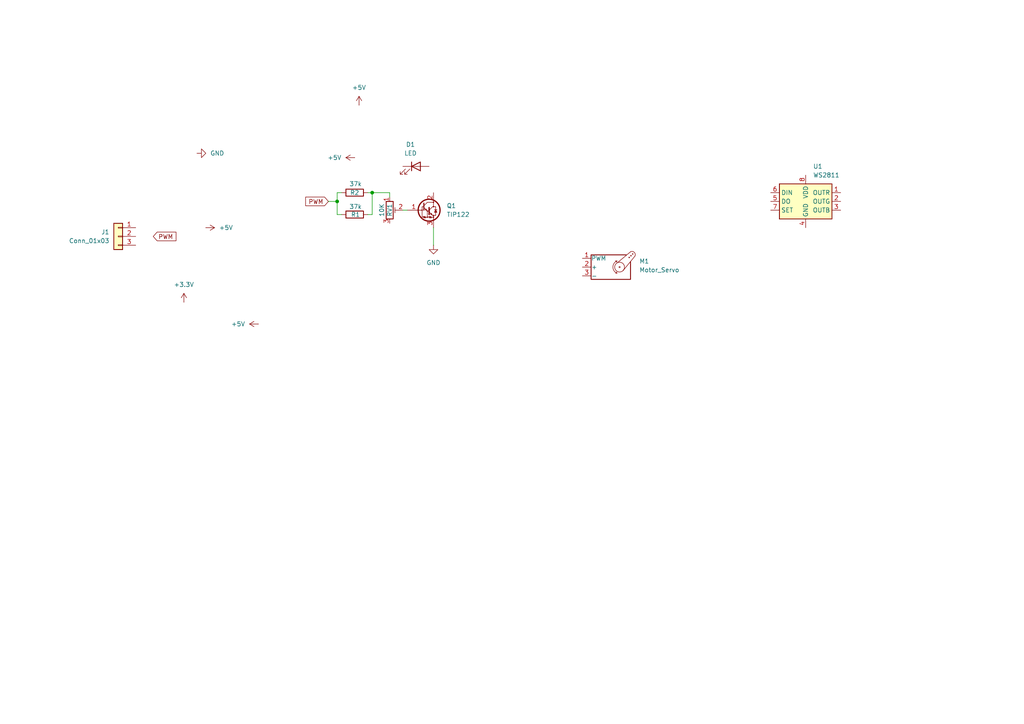
<source format=kicad_sch>
(kicad_sch (version 20250114) (generator "eeschema") (generator_version "9.0")
  (paper "A4")
  (lib_symbols
    (symbol "Connector_Generic:Conn_01x03" (pin_names (offset 1.016) (hide yes))
      (property "Reference" "J" (at 0 5.08 0))
      (property "Value" "Conn_01x03" (at 0 -5.08 0))
      (symbol "Conn_01x03_1_1"
        (rectangle (start -1.27 3.81) (end 1.27 -3.81) (stroke (width 0.254)) (fill (type background)))
        (rectangle (start -1.27 2.667) (end 0 2.413) (stroke (width 0.1524)))
        (rectangle (start -1.27 0.127) (end 0 -0.127) (stroke (width 0.1524)))
        (rectangle (start -1.27 -2.413) (end 0 -2.667) (stroke (width 0.1524)))
        (pin passive line (at -5.08 2.54 0) (length 3.81) (name "Pin_1") (number "1"))
        (pin passive line (at -5.08 0 0) (length 3.81) (name "Pin_2") (number "2"))
        (pin passive line (at -5.08 -2.54 0) (length 3.81) (name "Pin_3") (number "3"))
      )
    )
    (symbol "Device:LED" (pin_numbers (hide yes)) (pin_names (offset 1.016) (hide yes))
      (property "Reference" "D" (at 0 2.54 0))
      (property "Value" "LED" (at 0 -2.54 0))
      (symbol "LED_0_1"
        (polyline (pts (xy -3.048 -0.762) (xy -4.572 -2.286) (xy -3.81 -2.286) (xy -4.572 -2.286) (xy -4.572 -1.524)))
        (polyline (pts (xy -1.778 -0.762) (xy -3.302 -2.286) (xy -2.54 -2.286) (xy -3.302 -2.286) (xy -3.302 -1.524)))
        (polyline (pts (xy -1.27 0) (xy 1.27 0)))
        (polyline (pts (xy -1.27 -1.27) (xy -1.27 1.27)) (stroke (width 0.254)))
        (polyline (pts (xy 1.27 -1.27) (xy 1.27 1.27) (xy -1.27 0) (xy 1.27 -1.27)) (stroke (width 0.254)))
      )
      (symbol "LED_1_1"
        (pin passive line (at -3.81 0 0) (length 2.54) (name "K") (number "1"))
        (pin passive line (at 3.81 0 180) (length 2.54) (name "A") (number "2"))
      )
    )
    (symbol "Device:R" (pin_numbers (hide yes)) (pin_names (offset 0))
      (property "Reference" "R" (at 2.032 0 90))
      (property "Value" "R" (at 0 0 90))
      (symbol "R_0_1"
        (rectangle (start -1.016 -2.54) (end 1.016 2.54) (stroke (width 0.254)))
      )
      (symbol "R_1_1"
        (pin passive line (at 0 3.81 270) (length 1.27) (name "~") (number "1"))
        (pin passive line (at 0 -3.81 90) (length 1.27) (name "~") (number "2"))
      )
    )
    (symbol "Device:R_Potentiometer_Trim" (pin_names (offset 1.016) (hide yes))
      (property "Reference" "RV" (at -4.445 0 90))
      (property "Value" "R_Potentiometer_Trim" (at -2.54 0 90))
      (symbol "R_Potentiometer_Trim_0_1"
        (rectangle (start 1.016 2.54) (end -1.016 -2.54) (stroke (width 0.254)))
        (polyline (pts (xy 1.524 0.762) (xy 1.524 -0.762)))
        (polyline (pts (xy 2.54 0) (xy 1.524 0)))
      )
      (symbol "R_Potentiometer_Trim_1_1"
        (pin passive line (at 0 3.81 270) (length 1.27) (name "1") (number "1"))
        (pin passive line (at 0 -3.81 90) (length 1.27) (name "3") (number "3"))
        (pin passive line (at 3.81 0 180) (length 1.27) (name "2") (number "2"))
      )
    )
    (symbol "Driver_LED:WS2811"
      (property "Reference" "U" (at -6.35 6.35 0))
      (property "Value" "WS2811" (at 5.08 6.35 0))
      (symbol "WS2811_0_1"
        (rectangle (start -7.62 5.08) (end 7.62 -5.08) (stroke (width 0.254)) (fill (type background)))
      )
      (symbol "WS2811_1_1"
        (pin input line (at -10.16 2.54 0) (length 2.54) (name "DIN") (number "6"))
        (pin output line (at -10.16 0 0) (length 2.54) (name "DO") (number "5"))
        (pin input line (at -10.16 -2.54 0) (length 2.54) (name "SET") (number "7"))
        (pin power_in line (at 0 7.62 270) (length 2.54) (name "VDD") (number "8"))
        (pin power_in line (at 0 -7.62 90) (length 2.54) (name "GND") (number "4"))
        (pin output line (at 10.16 2.54 180) (length 2.54) (name "OUTR") (number "1"))
        (pin output line (at 10.16 0 180) (length 2.54) (name "OUTG") (number "2"))
        (pin output line (at 10.16 -2.54 180) (length 2.54) (name "OUTB") (number "3"))
      )
    )
    (symbol "Motor:Motor_Servo" (pin_names (offset 0.0254))
      (property "Reference" "M" (at -5.08 4.445 0))
      (property "Value" "Motor_Servo" (at -5.08 -4.064 0))
      (symbol "Motor_Servo_0_1"
        (polyline (pts (xy 2.413 1.778) (xy 1.905 1.778)))
        (polyline (pts (xy 2.413 1.778) (xy 2.286 1.397)))
        (polyline (pts (xy 2.413 -1.778) (xy 2.032 -1.778)))
        (polyline (pts (xy 2.413 -1.778) (xy 2.286 -1.397)))
        (arc (start 2.413 -1.778) (mid 1.2406 0) (end 2.413 1.778))
        (circle (center 3.175 0) (radius 0.1778))
        (circle (center 3.175 0) (radius 1.4224))
        (polyline (pts (xy 5.08 3.556) (xy -5.08 3.556) (xy -5.08 -3.556) (xy 6.35 -3.556) (xy 6.35 1.524)) (stroke (width 0.254)))
        (circle (center 5.969 2.794) (radius 0.127))
        (polyline (pts (xy 6.35 4.445) (xy 2.54 1.27)))
        (circle (center 6.477 3.302) (radius 0.127))
        (arc (start 6.35 4.445) (mid 7.4487 4.2737) (end 7.62 3.175))
        (circle (center 6.985 3.81) (radius 0.127))
        (polyline (pts (xy 7.62 3.175) (xy 4.191 -1.016)))
      )
      (symbol "Motor_Servo_1_1"
        (pin passive line (at -7.62 2.54 0) (length 2.54) (name "PWM") (number "1"))
        (pin passive line (at -7.62 0 0) (length 2.54) (name "+") (number "2"))
        (pin passive line (at -7.62 -2.54 0) (length 2.54) (name "-") (number "3"))
      )
    )
    (symbol "Transistor_BJT:TIP122" (pin_names (offset 0) (hide yes))
      (property "Reference" "Q" (at 5.08 1.905 0))
      (property "Value" "TIP122" (at 5.08 0 0))
      (symbol "TIP122_0_1"
        (polyline (pts (xy -1.27 0) (xy -0.889 0)))
        (circle (center -0.762 0) (radius 0.127))
        (polyline (pts (xy -0.254 2.032) (xy -0.254 0) (xy -0.254 0)) (stroke (width 0.3048)))
        (polyline (pts (xy -0.254 1.27) (xy 0.762 2.286) (xy 2.54 2.286)))
        (polyline (pts (xy -0.254 1.016) (xy -0.762 1.016) (xy -0.762 -2.032)))
        (polyline (pts (xy -0.254 0.762) (xy 0.762 -0.254) (xy 1.27 -0.254)))
        (polyline (pts (xy 0.635 -0.127) (xy 0.381 0.381) (xy 0.127 0.127) (xy 0.635 -0.127)))
        (polyline (pts (xy 0.762 -0.254) (xy 0.762 -2.032) (xy 1.143 -2.032) (xy 1.27 -1.778) (xy 1.397 -2.286) (xy 1.524 -1.778) (xy 1.651 -2.286) (xy 1.778 -1.778) (xy 1.905 -2.286) (xy 2.032 -2.032) (xy 2.54 -2.032)))
        (circle (center 0.762 -0.254) (radius 0.127))
        (polyline (pts (xy 0.762 -2.032) (xy 0.381 -2.032) (xy 0.254 -2.286) (xy 0.127 -1.778) (xy 0 -2.286) (xy -0.127 -1.778) (xy -0.254 -2.286) (xy -0.381 -1.778) (xy -0.508 -2.032) (xy -0.762 -2.032)))
        (circle (center 0.762 -2.032) (radius 0.127))
        (polyline (pts (xy 1.27 0.762) (xy 1.27 -1.27) (xy 1.27 -1.27)) (stroke (width 0.381)))
        (polyline (pts (xy 1.27 0) (xy 2.286 1.016) (xy 2.54 1.016) (xy 2.54 2.286)))
        (circle (center 1.27 0) (radius 3.175) (stroke (width 0.3556)))
        (polyline (pts (xy 1.27 -0.508) (xy 2.286 -1.524) (xy 2.54 -1.524) (xy 2.54 -2.032)))
        (polyline (pts (xy 2.159 -1.397) (xy 1.905 -0.889) (xy 1.651 -1.143) (xy 2.159 -1.397)))
        (circle (center 2.54 2.286) (radius 0.127))
        (circle (center 2.54 1.016) (radius 0.127))
        (polyline (pts (xy 2.54 -1.524) (xy 3.175 -1.524)))
        (circle (center 2.54 -1.524) (radius 0.127))
        (polyline (pts (xy 2.54 -2.032) (xy 2.54 -2.54)))
        (circle (center 2.54 -2.032) (radius 0.127))
        (polyline (pts (xy 2.794 0.127) (xy 3.556 0.127)))
        (polyline (pts (xy 3.175 1.016) (xy 2.54 1.016)))
        (polyline (pts (xy 3.175 1.016) (xy 3.175 0.127)))
        (polyline (pts (xy 3.175 0.127) (xy 2.794 -0.635) (xy 3.556 -0.635) (xy 3.175 0.127)) (fill (type outline)))
        (polyline (pts (xy 3.175 -0.635) (xy 3.175 -1.524)))
      )
      (symbol "TIP122_1_1"
        (pin input line (at -5.08 0 0) (length 3.81) (name "B") (number "1"))
        (pin passive line (at 2.54 5.08 270) (length 2.667) (name "C") (number "2"))
        (pin passive line (at 2.54 -5.08 90) (length 2.54) (name "E") (number "3"))
      )
    )
    (symbol "power:+3.3V" (power) (pin_numbers (hide yes)) (pin_names (offset 0) (hide yes))
      (property "Value" "+3.3V" (at 0 3.556 0))
      (symbol "+3.3V_0_1"
        (polyline (pts (xy -0.762 1.27) (xy 0 2.54)))
        (polyline (pts (xy 0 2.54) (xy 0.762 1.27)))
        (polyline (pts (xy 0 0) (xy 0 2.54)))
      )
      (symbol "+3.3V_1_1"
        (pin power_in line (at 0 0 90) (length 0) (name "~") (number "1"))
      )
    )
    (symbol "power:+5V" (power) (pin_numbers (hide yes)) (pin_names (offset 0) (hide yes))
      (property "Value" "+5V" (at 0 3.556 0))
      (symbol "+5V_0_1"
        (polyline (pts (xy -0.762 1.27) (xy 0 2.54)))
        (polyline (pts (xy 0 2.54) (xy 0.762 1.27)))
        (polyline (pts (xy 0 0) (xy 0 2.54)))
      )
      (symbol "+5V_1_1"
        (pin power_in line (at 0 0 90) (length 0) (name "~") (number "1"))
      )
    )
    (symbol "power:GND" (power) (pin_numbers (hide yes)) (pin_names (offset 0) (hide yes))
      (property "Value" "GND" (at 0 -3.81 0))
      (symbol "GND_0_1"
        (polyline (pts (xy 0 0) (xy 0 -1.27) (xy 1.27 -1.27) (xy 0 -2.54) (xy -1.27 -1.27) (xy 0 -1.27)))
      )
      (symbol "GND_1_1"
        (pin power_in line (at 0 0 270) (length 0) (name "~") (number "1"))
      )
    )
  )
  (junction (at 97.79 58.42))
  (junction (at 107.95 55.88))
  (wire (pts (xy 125.73 66.04) (xy 125.73 71.12)))
  (wire (pts (xy 107.95 55.88) (xy 113.03 55.88)))
  (wire (pts (xy 99.06 62.23) (xy 97.79 62.23)))
  (wire (pts (xy 97.79 55.88) (xy 99.06 55.88)))
  (wire (pts (xy 113.03 55.88) (xy 113.03 57.15)))
  (wire (pts (xy 95.25 58.42) (xy 97.79 58.42)))
  (wire (pts (xy 116.84 60.96) (xy 118.11 60.96)))
  (wire (pts (xy 106.68 62.23) (xy 107.95 62.23)))
  (wire (pts (xy 107.95 62.23) (xy 107.95 55.88)))
  (wire (pts (xy 97.79 58.42) (xy 97.79 55.88)))
  (wire (pts (xy 106.68 55.88) (xy 107.95 55.88)))
  (wire (pts (xy 97.79 62.23) (xy 97.79 58.42)))
  (global_label "PWM" (shape input) (at 95.25 58.42 180) (property "Intersheetrefs" "${INTERSHEET_REFS}" (effects (hide yes))))
  (global_label "PWM" (shape input) (at 44.45 68.58 0) (property "Intersheetrefs" "${INTERSHEET_REFS}" (effects (hide yes))))
  (symbol (lib_id "power:+3.3V") (at 53.34 87.63 0) (unit 1)
    (property "Reference" "#PWR02" (effects (hide yes)))
    (property "Value" "+3.3V" (at 53.34 82.55 0))
    (property "Description" "Power symbol creates a global label with name \"+3.3V\"" (effects (hide yes)))
  )
  (symbol (lib_id "Device:R_Potentiometer_Trim") (at 113.03 60.96 0) (unit 1)
    (property "Reference" "RV1" (at 113.03 60.96 90))
    (property "Value" "10K" (at 110.744 60.96 90))
    (property "Description" "Trim-potentiometer" (effects (hide yes)))
  )
  (symbol (lib_id "Device:LED") (at 120.65 48.26 0) (unit 1)
    (property "Reference" "D1" (at 119.0625 41.91 0))
    (property "Value" "LED" (at 119.0625 44.45 0))
    (property "Description" "Light emitting diode" (effects (hide yes)))
    (property "Sim.Pins" "1=K 2=A" (effects (hide yes)))
  )
  (symbol (lib_id "Device:R") (at 102.87 62.23 90) (unit 1)
    (property "Reference" "R1" (at 103.124 62.23 90))
    (property "Value" "37k" (at 103.124 59.944 90))
    (property "Description" "Resistor" (effects (hide yes)))
  )
  (symbol (lib_id "Connector_Generic:Conn_01x03") (at 34.29 68.58 0) (mirror y) (unit 1)
    (property "Reference" "J1" (at 31.75 67.3099 0) (effects (justify left)))
    (property "Value" "Conn_01x03" (at 31.75 69.8499 0) (effects (justify left)))
    (property "Description" "Generic connector, single row, 01x03, script generated (kicad-library-utils/schlib/autogen/connector/)" (effects (hide yes)))
  )
  (symbol (lib_id "Device:R") (at 102.87 55.88 90) (unit 1)
    (property "Reference" "R2" (at 102.87 55.88 90))
    (property "Value" "37k" (at 103.124 53.34 90))
    (property "Description" "Resistor" (effects (hide yes)))
  )
  (symbol (lib_id "power:+5V") (at 74.93 93.98 90) (unit 1)
    (property "Reference" "#PWR06" (effects (hide yes)))
    (property "Value" "+5V" (at 71.12 93.9799 90) (effects (justify left)))
    (property "Description" "Power symbol creates a global label with name \"+5V\"" (effects (hide yes)))
  )
  (symbol (lib_id "Motor:Motor_Servo") (at 176.53 77.47 0) (unit 1)
    (property "Reference" "M1" (at 185.42 75.7668 0) (effects (justify left)))
    (property "Value" "Motor_Servo" (at 185.42 78.3068 0) (effects (justify left)))
    (property "Datasheet" "http://forums.parallax.com/uploads/attachments/46831/74481.png" (effects (hide yes)))
    (property "Description" "Servo Motor (Futaba, HiTec, JR connector)" (effects (hide yes)))
  )
  (symbol (lib_id "Driver_LED:WS2811") (at 233.68 58.42 0) (unit 1)
    (property "Reference" "U1" (at 235.8233 48.26 0) (effects (justify left)))
    (property "Value" "WS2811" (at 235.8233 50.8 0) (effects (justify left)))
    (property "Datasheet" "https://cdn-shop.adafruit.com/datasheets/WS2811.pdf" (effects (hide yes)))
    (property "Description" "3-Channel 8-Bit PWM LED Driver, DIP-8/SOIC-8" (effects (hide yes)))
  )
  (symbol (lib_id "power:+5V") (at 104.14 30.48 0) (unit 1)
    (property "Reference" "#PWR04" (effects (hide yes)))
    (property "Value" "+5V" (at 104.14 25.4 0))
    (property "Description" "Power symbol creates a global label with name \"+5V\"" (effects (hide yes)))
  )
  (symbol (lib_id "power:+5V") (at 102.87 45.72 90) (unit 1)
    (property "Reference" "#PWR07" (effects (hide yes)))
    (property "Value" "+5V" (at 99.06 45.7199 90) (effects (justify left)))
    (property "Description" "Power symbol creates a global label with name \"+5V\"" (effects (hide yes)))
  )
  (symbol (lib_id "power:+5V") (at 59.69 66.04 270) (unit 1)
    (property "Reference" "#PWR01" (effects (hide yes)))
    (property "Value" "+5V" (at 63.5 66.0399 90) (effects (justify left)))
    (property "Description" "Power symbol creates a global label with name \"+5V\"" (effects (hide yes)))
  )
  (symbol (lib_id "Transistor_BJT:TIP122") (at 123.19 60.96 0) (unit 1)
    (property "Reference" "Q1" (at 129.54 59.6899 0) (effects (justify left)))
    (property "Value" "TIP122" (at 129.54 62.2299 0) (effects (justify left)))
    (property "Footprint" "Package_TO_SOT_THT:TO-220-3_Vertical" (effects (hide yes)))
    (property "Datasheet" "https://www.onsemi.com/pub/Collateral/TIP120-D.PDF" (effects (hide yes)))
    (property "Description" "5A Ic, 100V Vce, Silicon Darlington Power NPN Transistor, TO-220" (effects (hide yes)))
  )
  (symbol (lib_id "power:GND") (at 125.73 71.12 0) (unit 1)
    (property "Reference" "#PWR03" (effects (hide yes)))
    (property "Value" "GND" (at 125.73 76.2 0))
    (property "Description" "Power symbol creates a global label with name \"GND\" , ground" (effects (hide yes)))
  )
  (symbol (lib_id "power:GND") (at 57.15 44.45 90) (unit 1)
    (property "Reference" "#PWR05" (effects (hide yes)))
    (property "Value" "GND" (at 60.96 44.4499 90) (effects (justify right)))
    (property "Description" "Power symbol creates a global label with name \"GND\" , ground" (effects (hide yes)))
  )
)
</source>
